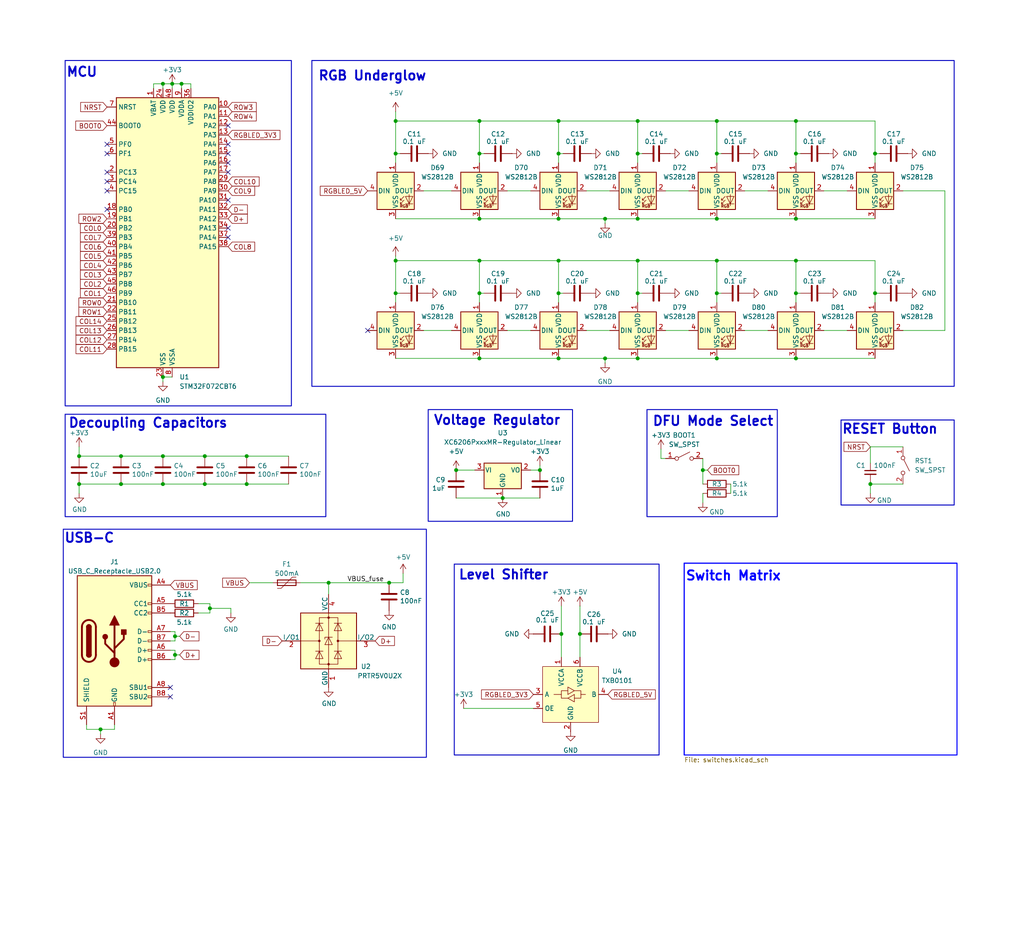
<source format=kicad_sch>
(kicad_sch (version 20231120) (generator "eeschema") (generator_version "8.0")
  (paper "User" 279.4 254)
  (junction (at 217.17 71.12))
  (junction (at 217.17 80.01))
  (junction (at 195.58 97.79))
  (junction (at 191.77 128.27))
  (junction (at 152.4 97.79))
  (junction (at 46.99 22.86))
  (junction (at 130.81 71.12))
  (junction (at 130.81 80.01))
  (junction (at 195.58 41.91))
  (junction (at 147.32 128.27))
  (junction (at 195.58 33.02))
  (junction (at 152.4 59.69))
  (junction (at 57.277 165.989))
  (junction (at 44.45 22.86))
  (junction (at 217.17 97.79))
  (junction (at 152.4 80.01))
  (junction (at 130.81 33.02))
  (junction (at 173.99 80.01))
  (junction (at 107.95 33.02))
  (junction (at 55.88 132.08))
  (junction (at 152.4 33.02))
  (junction (at 124.46 128.27))
  (junction (at 152.4 71.12))
  (junction (at 107.95 80.01))
  (junction (at 55.88 124.46))
  (junction (at 195.58 80.01))
  (junction (at 21.59 132.08))
  (junction (at 152.4 41.91))
  (junction (at 217.17 59.69))
  (junction (at 195.58 71.12))
  (junction (at 130.81 97.79))
  (junction (at 137.16 135.89) (diameter 0.9144))
  (junction (at 237.49 132.08))
  (junction (at 21.59 124.46))
  (junction (at 165.1 97.79))
  (junction (at 44.45 102.87))
  (junction (at 173.99 33.02))
  (junction (at 173.99 59.69))
  (junction (at 173.99 71.12))
  (junction (at 44.45 132.08))
  (junction (at 33.02 132.08))
  (junction (at 238.76 80.01))
  (junction (at 67.31 132.08))
  (junction (at 165.1 59.69))
  (junction (at 107.95 41.91))
  (junction (at 67.31 124.46))
  (junction (at 130.81 59.69))
  (junction (at 130.81 41.91))
  (junction (at 89.662 159.004))
  (junction (at 44.45 124.46))
  (junction (at 195.58 59.69))
  (junction (at 217.17 33.02))
  (junction (at 106.172 159.004))
  (junction (at 217.17 41.91))
  (junction (at 173.99 97.79))
  (junction (at 47.752 178.689))
  (junction (at 158.242 172.974))
  (junction (at 173.99 41.91))
  (junction (at 107.95 71.12))
  (junction (at 27.432 199.009))
  (junction (at 47.752 173.609))
  (junction (at 238.76 41.91))
  (junction (at 33.02 124.46))
  (junction (at 49.53 22.86))
  (junction (at 153.162 172.974))
  (no_connect (at 29.21 49.53))
  (no_connect (at 29.21 41.91))
  (no_connect (at 29.21 39.37))
  (no_connect (at 62.23 39.37))
  (no_connect (at 62.23 62.23))
  (no_connect (at 100.33 90.17))
  (no_connect (at 29.21 52.07))
  (no_connect (at 29.21 57.15))
  (no_connect (at 46.482 190.119))
  (no_connect (at 62.23 41.91))
  (no_connect (at 46.482 187.579))
  (no_connect (at 62.23 54.61))
  (no_connect (at 29.21 46.99))
  (no_connect (at 62.23 44.45))
  (no_connect (at 62.23 34.29))
  (no_connect (at 62.23 46.99))
  (no_connect (at 62.23 64.77))
  (wire (pts (xy 238.76 80.01) (xy 240.03 80.01)))
  (wire (pts (xy 203.2 90.17) (xy 209.55 90.17)))
  (wire (pts (xy 152.4 41.91) (xy 152.4 44.45)))
  (wire (pts (xy 126.492 193.294) (xy 145.542 193.294)))
  (wire (pts (xy 67.31 132.08) (xy 78.74 132.08)))
  (wire (pts (xy 130.81 97.79) (xy 152.4 97.79)))
  (wire (pts (xy 158.242 172.974) (xy 158.242 179.324)))
  (wire (pts (xy 138.43 90.17) (xy 144.78 90.17)))
  (wire (pts (xy 107.95 80.01) (xy 109.22 80.01)))
  (wire (pts (xy 107.95 69.85) (xy 107.95 71.12)))
  (wire (pts (xy 46.482 179.959) (xy 47.752 179.959)))
  (wire (pts (xy 107.95 59.69) (xy 130.81 59.69)))
  (wire (pts (xy 107.95 33.02) (xy 107.95 41.91)))
  (wire (pts (xy 130.81 80.01) (xy 130.81 82.55)))
  (wire (pts (xy 217.17 80.01) (xy 218.44 80.01)))
  (wire (pts (xy 217.17 80.01) (xy 217.17 82.55)))
  (wire (pts (xy 173.99 33.02) (xy 195.58 33.02)))
  (wire (pts (xy 27.432 199.009) (xy 31.242 199.009)))
  (wire (pts (xy 203.2 52.07) (xy 209.55 52.07)))
  (wire (pts (xy 52.07 22.86) (xy 52.07 24.13)))
  (wire (pts (xy 46.482 172.339) (xy 47.752 172.339)))
  (wire (pts (xy 57.277 167.259) (xy 57.277 165.989)))
  (wire (pts (xy 44.45 132.08) (xy 33.02 132.08)))
  (wire (pts (xy 54.102 167.259) (xy 57.277 167.259)))
  (wire (pts (xy 107.95 80.01) (xy 107.95 82.55)))
  (wire (pts (xy 47.752 173.609) (xy 47.752 174.879)))
  (wire (pts (xy 57.277 165.989) (xy 57.277 164.719)))
  (wire (pts (xy 238.76 80.01) (xy 238.76 82.55)))
  (wire (pts (xy 181.61 125.095) (xy 180.34 125.095)))
  (wire (pts (xy 173.99 59.69) (xy 195.58 59.69)))
  (wire (pts (xy 217.17 41.91) (xy 218.44 41.91)))
  (wire (pts (xy 27.432 200.279) (xy 27.432 199.009)))
  (wire (pts (xy 49.53 22.86) (xy 49.53 24.13)))
  (wire (pts (xy 152.4 80.01) (xy 153.67 80.01)))
  (wire (pts (xy 238.76 80.01) (xy 238.76 71.12)))
  (wire (pts (xy 152.4 41.91) (xy 152.4 33.02)))
  (wire (pts (xy 107.95 41.91) (xy 109.22 41.91)))
  (wire (pts (xy 57.277 165.989) (xy 62.992 165.989)))
  (wire (pts (xy 195.58 80.01) (xy 195.58 71.12)))
  (wire (pts (xy 44.45 124.46) (xy 33.02 124.46)))
  (wire (pts (xy 152.4 33.02) (xy 173.99 33.02)))
  (wire (pts (xy 49.53 22.86) (xy 52.07 22.86)))
  (wire (pts (xy 191.77 128.27) (xy 193.04 128.27)))
  (wire (pts (xy 44.45 22.86) (xy 44.45 24.13)))
  (wire (pts (xy 195.58 59.69) (xy 217.17 59.69)))
  (wire (pts (xy 246.38 52.07) (xy 257.81 52.07)))
  (wire (pts (xy 54.102 164.719) (xy 57.277 164.719)))
  (wire (pts (xy 137.16 135.89) (xy 147.32 135.89)))
  (wire (pts (xy 217.17 80.01) (xy 217.17 71.12)))
  (wire (pts (xy 44.45 104.14) (xy 44.45 102.87)))
  (wire (pts (xy 217.17 97.79) (xy 238.76 97.79)))
  (wire (pts (xy 152.4 80.01) (xy 152.4 82.55)))
  (wire (pts (xy 237.49 134.62) (xy 237.49 132.08)))
  (wire (pts (xy 165.1 97.79) (xy 173.99 97.79)))
  (wire (pts (xy 173.99 71.12) (xy 195.58 71.12)))
  (wire (pts (xy 238.76 41.91) (xy 238.76 44.45)))
  (wire (pts (xy 124.46 128.27) (xy 129.54 128.27)))
  (wire (pts (xy 199.39 132.08) (xy 199.39 134.62)))
  (wire (pts (xy 55.88 124.46) (xy 67.31 124.46)))
  (wire (pts (xy 195.58 41.91) (xy 195.58 33.02)))
  (wire (pts (xy 106.172 159.004) (xy 109.982 159.004)))
  (wire (pts (xy 180.34 125.095) (xy 180.34 122.555)))
  (wire (pts (xy 195.58 71.12) (xy 217.17 71.12)))
  (wire (pts (xy 107.95 97.79) (xy 130.81 97.79)))
  (wire (pts (xy 41.91 22.86) (xy 41.91 24.13)))
  (wire (pts (xy 165.1 97.79) (xy 165.1 99.06)))
  (wire (pts (xy 160.02 52.07) (xy 166.37 52.07)))
  (wire (pts (xy 130.81 80.01) (xy 130.81 71.12)))
  (wire (pts (xy 195.58 33.02) (xy 217.17 33.02)))
  (wire (pts (xy 130.81 33.02) (xy 152.4 33.02)))
  (wire (pts (xy 257.81 52.07) (xy 257.81 90.17)))
  (wire (pts (xy 107.95 71.12) (xy 107.95 80.01)))
  (wire (pts (xy 130.81 41.91) (xy 130.81 33.02)))
  (wire (pts (xy 107.95 41.91) (xy 107.95 44.45)))
  (wire (pts (xy 165.1 59.69) (xy 173.99 59.69)))
  (wire (pts (xy 237.49 121.92) (xy 246.38 121.92)))
  (wire (pts (xy 173.99 41.91) (xy 173.99 44.45)))
  (wire (pts (xy 144.78 128.27) (xy 147.32 128.27)))
  (wire (pts (xy 44.45 124.46) (xy 55.88 124.46)))
  (wire (pts (xy 191.77 125.095) (xy 191.77 128.27)))
  (wire (pts (xy 49.53 22.86) (xy 46.99 22.86)))
  (wire (pts (xy 237.49 121.92) (xy 237.49 126.365)))
  (wire (pts (xy 152.4 41.91) (xy 153.67 41.91)))
  (wire (pts (xy 130.81 80.01) (xy 132.08 80.01)))
  (wire (pts (xy 107.95 30.48) (xy 107.95 33.02)))
  (wire (pts (xy 68.072 159.004) (xy 74.422 159.004)))
  (wire (pts (xy 173.99 41.91) (xy 175.26 41.91)))
  (wire (pts (xy 160.02 90.17) (xy 166.37 90.17)))
  (wire (pts (xy 152.4 80.01) (xy 152.4 71.12)))
  (wire (pts (xy 181.61 52.07) (xy 187.96 52.07)))
  (wire (pts (xy 217.17 59.69) (xy 238.76 59.69)))
  (wire (pts (xy 21.59 134.62) (xy 21.59 132.08)))
  (wire (pts (xy 47.752 179.959) (xy 47.752 178.689)))
  (wire (pts (xy 173.99 80.01) (xy 173.99 82.55)))
  (wire (pts (xy 130.81 41.91) (xy 132.08 41.91)))
  (wire (pts (xy 46.482 177.419) (xy 47.752 177.419)))
  (wire (pts (xy 82.042 159.004) (xy 89.662 159.004)))
  (wire (pts (xy 44.45 102.87) (xy 46.99 102.87)))
  (wire (pts (xy 67.31 124.46) (xy 78.74 124.46)))
  (wire (pts (xy 115.57 52.07) (xy 123.19 52.07)))
  (wire (pts (xy 21.59 121.92) (xy 21.59 124.46)))
  (wire (pts (xy 224.79 52.07) (xy 231.14 52.07)))
  (wire (pts (xy 165.1 60.96) (xy 165.1 59.69)))
  (wire (pts (xy 224.79 90.17) (xy 231.14 90.17)))
  (wire (pts (xy 237.49 132.08) (xy 237.49 131.445)))
  (wire (pts (xy 47.752 173.609) (xy 49.022 173.609)))
  (wire (pts (xy 44.45 22.86) (xy 46.99 22.86)))
  (wire (pts (xy 237.49 132.08) (xy 246.38 132.08)))
  (wire (pts (xy 191.77 134.62) (xy 191.77 137.16)))
  (wire (pts (xy 152.4 59.69) (xy 165.1 59.69)))
  (wire (pts (xy 173.99 97.79) (xy 195.58 97.79)))
  (wire (pts (xy 152.4 71.12) (xy 173.99 71.12)))
  (wire (pts (xy 195.58 97.79) (xy 217.17 97.79)))
  (wire (pts (xy 138.43 52.07) (xy 144.78 52.07)))
  (wire (pts (xy 173.99 41.91) (xy 173.99 33.02)))
  (wire (pts (xy 23.622 199.009) (xy 27.432 199.009)))
  (wire (pts (xy 109.982 156.464) (xy 109.982 159.004)))
  (wire (pts (xy 41.91 22.86) (xy 44.45 22.86)))
  (wire (pts (xy 217.17 71.12) (xy 238.76 71.12)))
  (wire (pts (xy 191.77 128.27) (xy 191.77 132.08)))
  (wire (pts (xy 46.482 174.879) (xy 47.752 174.879)))
  (wire (pts (xy 23.622 197.739) (xy 23.622 199.009)))
  (wire (pts (xy 217.17 33.02) (xy 238.76 33.02)))
  (wire (pts (xy 195.58 80.01) (xy 195.58 82.55)))
  (wire (pts (xy 130.81 71.12) (xy 152.4 71.12)))
  (wire (pts (xy 47.752 177.419) (xy 47.752 178.689)))
  (wire (pts (xy 173.99 80.01) (xy 173.99 71.12)))
  (wire (pts (xy 195.58 80.01) (xy 196.85 80.01)))
  (wire (pts (xy 47.752 178.689) (xy 49.022 178.689)))
  (wire (pts (xy 33.02 132.08) (xy 21.59 132.08)))
  (wire (pts (xy 147.32 127) (xy 147.32 128.27)))
  (wire (pts (xy 257.81 90.17) (xy 246.38 90.17)))
  (wire (pts (xy 130.81 33.02) (xy 107.95 33.02)))
  (wire (pts (xy 195.58 41.91) (xy 195.58 44.45)))
  (wire (pts (xy 62.992 165.989) (xy 62.992 167.259)))
  (wire (pts (xy 115.57 90.17) (xy 123.19 90.17)))
  (wire (pts (xy 31.242 199.009) (xy 31.242 197.739)))
  (wire (pts (xy 195.58 41.91) (xy 196.85 41.91)))
  (wire (pts (xy 130.81 59.69) (xy 152.4 59.69)))
  (wire (pts (xy 89.662 159.004) (xy 89.662 162.179)))
  (wire (pts (xy 107.95 71.12) (xy 130.81 71.12)))
  (wire (pts (xy 153.162 172.974) (xy 153.162 179.324)))
  (wire (pts (xy 238.76 41.91) (xy 240.03 41.91)))
  (wire (pts (xy 130.81 41.91) (xy 130.81 44.45)))
  (wire (pts (xy 137.16 135.89) (xy 124.46 135.89)))
  (wire (pts (xy 238.76 41.91) (xy 238.76 33.02)))
  (wire (pts (xy 89.662 159.004) (xy 106.172 159.004)))
  (wire (pts (xy 152.4 97.79) (xy 165.1 97.79)))
  (wire (pts (xy 158.242 165.354) (xy 158.242 172.974)))
  (wire (pts (xy 46.99 22.86) (xy 46.99 24.13)))
  (wire (pts (xy 33.02 124.46) (xy 21.59 124.46)))
  (wire (pts (xy 47.752 172.339) (xy 47.752 173.609)))
  (wire (pts (xy 181.61 90.17) (xy 187.96 90.17)))
  (wire (pts (xy 217.17 41.91) (xy 217.17 33.02)))
  (wire (pts (xy 153.162 165.354) (xy 153.162 172.974)))
  (wire (pts (xy 44.45 132.08) (xy 55.88 132.08)))
  (wire (pts (xy 55.88 132.08) (xy 67.31 132.08)))
  (wire (pts (xy 173.99 80.01) (xy 175.26 80.01)))
  (wire (pts (xy 217.17 41.91) (xy 217.17 44.45)))
  (rectangle (start 116.84 111.76) (end 156.21 142.24) (stroke (width 0.254)))
  (rectangle (start 17.78 113.03) (end 88.9 140.97) (stroke (width 0.254)))
  (rectangle (start 176.53 111.76) (end 212.09 140.97) (stroke (width 0.254)))
  (rectangle (start 229.4868 114.5852) (end 260.35 137.795) (stroke (width 0.254)))
  (rectangle (start 123.952 153.924) (end 179.832 205.994) (stroke (width 0.254)))
  (rectangle (start 17.272 144.399) (end 116.332 206.629) (stroke (width 0.254)))
  (rectangle (start 85.09 16.51) (end 260.35 105.41) (stroke (width 0.254)))
  (rectangle (start 17.78 16.51) (end 79.502 110.744) (stroke (width 0.254)))
  (text "USB-C\n" (at 24.384 146.939 0) (effects (font (size 2.54 2.54) (thickness 0.508) (bold yes))))
  (text "Level Shifter\n" (at 137.414 156.972 0) (effects (font (size 2.54 2.54) (thickness 0.508) (bold yes))))
  (text "DFU Mode Select\n" (at 194.564 115.062 0) (effects (font (size 2.54 2.54) (thickness 0.508) (bold yes))))
  (text "MCU\n" (at 22.352 19.812 0) (effects (font (size 2.54 2.54) (thickness 0.508) (bold yes))))
  (text "RESET Button\n" (at 242.824 117.221 0) (effects (font (size 2.54 2.54) (thickness 0.508) (bold yes))))
  (text "RGB Underglow\n" (at 101.6 20.828 0) (effects (font (size 2.54 2.54) (thickness 0.508) (bold yes))))
  (text "Decoupling Capacitors\n" (at 40.386 115.57 0) (effects (font (size 2.54 2.54) (thickness 0.508) (bold yes))))
  (text "Voltage Regulator\n" (at 135.636 114.808 0) (effects (font (size 2.54 2.54) (thickness 0.508) (bold yes))))
  (label "VBUS_fuse" (at 94.742 159.004 0))
  (global_label "COL10" (shape input) (at 62.23 49.53 0) (property "Intersheetrefs" "${INTERSHEET_REFS}" (effects (hide yes))))
  (global_label "ROW3" (shape input) (at 62.23 29.21 0) (property "Intersheetrefs" "${INTERSHEET_REFS}" (effects (hide yes))))
  (global_label "COL12" (shape input) (at 29.21 92.71 180) (property "Intersheetrefs" "${INTERSHEET_REFS}" (effects (hide yes))))
  (global_label "COL6" (shape input) (at 29.21 67.31 180) (property "Intersheetrefs" "${INTERSHEET_REFS}" (effects (hide yes))))
  (global_label "ROW4" (shape input) (at 62.23 31.75 0) (property "Intersheetrefs" "${INTERSHEET_REFS}" (effects (hide yes))))
  (global_label "RGBLED_5V" (shape input) (at 100.33 52.07 180) (property "Intersheetrefs" "${INTERSHEET_REFS}" (effects (hide yes))))
  (global_label "COL8" (shape input) (at 62.23 67.31 0) (property "Intersheetrefs" "${INTERSHEET_REFS}" (effects (hide yes))))
  (global_label "VBUS" (shape input) (at 68.072 159.004 180) (property "Intersheetrefs" "${INTERSHEET_REFS}" (effects (hide yes))))
  (global_label "COL3" (shape input) (at 29.21 74.93 180) (property "Intersheetrefs" "${INTERSHEET_REFS}" (effects (hide yes))))
  (global_label "COL0" (shape input) (at 29.21 62.23 180) (property "Intersheetrefs" "${INTERSHEET_REFS}" (effects (hide yes))))
  (global_label "COL2" (shape input) (at 29.21 77.47 180) (property "Intersheetrefs" "${INTERSHEET_REFS}" (effects (hide yes))))
  (global_label "D-" (shape input) (at 62.23 57.15 0) (property "Intersheetrefs" "${INTERSHEET_REFS}" (effects (hide yes))))
  (global_label "COL7" (shape input) (at 29.21 64.77 180) (property "Intersheetrefs" "${INTERSHEET_REFS}" (effects (hide yes))))
  (global_label "D-" (shape input) (at 76.962 174.879 180) (property "Intersheetrefs" "${INTERSHEET_REFS}" (effects (hide yes))))
  (global_label "BOOT0" (shape input) (at 29.21 34.29 180) (property "Intersheetrefs" "${INTERSHEET_REFS}" (effects (hide yes))))
  (global_label "COL14" (shape input) (at 29.21 87.63 180) (property "Intersheetrefs" "${INTERSHEET_REFS}" (effects (hide yes))))
  (global_label "D+" (shape input) (at 62.23 59.69 0) (property "Intersheetrefs" "${INTERSHEET_REFS}" (effects (hide yes))))
  (global_label "ROW0" (shape input) (at 29.21 82.55 180) (property "Intersheetrefs" "${INTERSHEET_REFS}" (effects (hide yes))))
  (global_label "D+" (shape input) (at 102.362 174.879 0) (property "Intersheetrefs" "${INTERSHEET_REFS}" (effects (hide yes))))
  (global_label "COL11" (shape input) (at 29.21 95.25 180) (property "Intersheetrefs" "${INTERSHEET_REFS}" (effects (hide yes))))
  (global_label "RGBLED_5V" (shape input) (at 165.862 189.484 0) (property "Intersheetrefs" "${INTERSHEET_REFS}" (effects (hide yes))))
  (global_label "D-" (shape input) (at 49.022 173.609 0) (property "Intersheetrefs" "${INTERSHEET_REFS}" (effects (hide yes))))
  (global_label "RGBLED_3V3" (shape input) (at 145.542 189.484 180) (property "Intersheetrefs" "${INTERSHEET_REFS}" (effects (hide yes))))
  (global_label "ROW1" (shape input) (at 29.21 85.09 180) (property "Intersheetrefs" "${INTERSHEET_REFS}" (effects (hide yes))))
  (global_label "COL13" (shape input) (at 29.21 90.17 180) (property "Intersheetrefs" "${INTERSHEET_REFS}" (effects (hide yes))))
  (global_label "COL9" (shape input) (at 62.23 52.07 0) (property "Intersheetrefs" "${INTERSHEET_REFS}" (effects (hide yes))))
  (global_label "COL5" (shape input) (at 29.21 69.85 180) (property "Intersheetrefs" "${INTERSHEET_REFS}" (effects (hide yes))))
  (global_label "NRST" (shape input) (at 237.49 121.92 180) (property "Intersheetrefs" "${INTERSHEET_REFS}" (effects (hide yes))))
  (global_label "NRST" (shape input) (at 29.21 29.21 180) (property "Intersheetrefs" "${INTERSHEET_REFS}" (effects (hide yes))))
  (global_label "BOOT0" (shape input) (at 193.04 128.27 0) (property "Intersheetrefs" "${INTERSHEET_REFS}" (effects (hide yes))))
  (global_label "ROW2" (shape input) (at 29.21 59.69 180) (property "Intersheetrefs" "${INTERSHEET_REFS}" (effects (hide yes))))
  (global_label "COL1" (shape input) (at 29.21 80.01 180) (property "Intersheetrefs" "${INTERSHEET_REFS}" (effects (hide yes))))
  (global_label "D+" (shape input) (at 49.022 178.689 0) (property "Intersheetrefs" "${INTERSHEET_REFS}" (effects (hide yes))))
  (global_label "VBUS" (shape input) (at 46.482 159.639 0) (property "Intersheetrefs" "${INTERSHEET_REFS}" (effects (hide yes))))
  (global_label "RGBLED_3V3" (shape input) (at 62.23 36.83 0) (property "Intersheetrefs" "${INTERSHEET_REFS}" (effects (hide yes))))
  (global_label "COL4" (shape input) (at 29.21 72.39 180) (property "Intersheetrefs" "${INTERSHEET_REFS}" (effects (hide yes))))
  (symbol (lib_name "GND_1") (lib_id "power:GND") (at 247.65 80.01 90) (unit 1)
    (property "Reference" "#PWR033" (effects (hide yes)))
    (property "Value" "GND" (at 251.46 80.0099 90) (effects (justify right)))
    (property "Description" "Power symbol creates a global label with name \"GND\" , ground" (effects (hide yes)))
  )
  (symbol (lib_name "GND_1") (lib_id "power:GND") (at 139.7 80.01 90) (unit 1)
    (property "Reference" "#PWR028" (effects (hide yes)))
    (property "Value" "GND" (at 143.51 80.0099 90) (effects (justify right)))
    (property "Description" "Power symbol creates a global label with name \"GND\" , ground" (effects (hide yes)))
  )
  (symbol (lib_name "GND_1") (lib_id "power:GND") (at 247.65 41.91 90) (unit 1)
    (property "Reference" "#PWR025" (effects (hide yes)))
    (property "Value" "GND" (at 251.46 41.9099 90) (effects (justify right)))
    (property "Description" "Power symbol creates a global label with name \"GND\" , ground" (effects (hide yes)))
  )
  (symbol (lib_name "+5V_2") (lib_id "power:+5V") (at 107.95 69.85 0) (unit 1)
    (property "Reference" "#PWR035" (effects (hide yes)))
    (property "Value" "+5V" (at 107.95 65.024 0))
    (property "Description" "Power symbol creates a global label with name \"+5V\"" (effects (hide yes)))
  )
  (symbol (lib_name "GND_1") (lib_id "power:GND") (at 165.862 172.974 90) (unit 1)
    (property "Reference" "#PWR039" (effects (hide yes)))
    (property "Value" "GND" (at 169.672 172.9739 90) (effects (justify right)))
    (property "Description" "Power symbol creates a global label with name \"GND\" , ground" (effects (hide yes)))
  )
  (symbol (lib_id "Device:C") (at 243.84 41.91 90) (unit 1)
    (property "Reference" "C17" (at 243.84 36.576 90))
    (property "Value" "0.1 uF" (at 243.84 38.608 90))
    (property "Footprint" "Capacitor_SMD:C_0402_1005Metric_Pad0.74x0.62mm_HandSolder" (effects (hide yes)))
    (property "Description" "Unpolarized capacitor" (effects (hide yes)))
  )
  (symbol (lib_id "Device:C") (at 222.25 80.01 90) (unit 1)
    (property "Reference" "C23" (at 222.25 74.676 90))
    (property "Value" "0.1 uF" (at 222.25 76.708 90))
    (property "Footprint" "Capacitor_SMD:C_0402_1005Metric_Pad0.74x0.62mm_HandSolder" (effects (hide yes)))
    (property "Description" "Unpolarized capacitor" (effects (hide yes)))
  )
  (symbol (lib_id "Connector:USB_C_Receptacle_USB2.0") (at 31.242 174.879 0) (unit 1)
    (property "Reference" "J1" (at 31.242 153.289 0))
    (property "Value" "USB_C_Receptacle_USB2.0" (at 31.242 155.829 0))
    (property "Footprint" "PCM_marbastlib-various:USB_C_Receptacle_HRO_TYPE-C-31-M-12" (effects (hide yes)))
    (property "Datasheet" "https://www.usb.org/sites/default/files/documents/usb_type-c.zip" (effects (hide yes)))
    (property "JlcRotOffset" "180" (effects (hide yes)))
    (property "JlcPosOffset" "0,1.5" (effects (hide yes)))
  )
  (symbol (lib_id "power:+3V3") (at 46.99 22.86 0) (unit 1)
    (property "Reference" "#PWR01" (effects (hide yes)))
    (property "Value" "+3V3" (at 46.99 19.05 0))
  )
  (symbol (lib_id "Device:R") (at 195.58 132.08 90) (unit 1)
    (property "Reference" "R3" (at 195.58 132.08 90))
    (property "Value" "5.1k" (at 201.93 132.08 90))
    (property "Footprint" "Resistor_SMD:R_0402_1005Metric" (effects (hide yes)))
  )
  (symbol (lib_id "Device:C") (at 106.172 162.814 0) (unit 1)
    (property "Reference" "C8" (at 109.093 161.6456 0) (effects (justify left)))
    (property "Value" "100nF" (at 109.093 163.957 0) (effects (justify left)))
    (property "Footprint" "Capacitor_SMD:C_0402_1005Metric" (effects (hide yes)))
    (property "LCSC" "C307331" (effects (hide yes)))
  )
  (symbol (lib_id "Device:Polyfuse") (at 78.232 159.004 90) (unit 1)
    (property "Reference" "F1" (at 78.232 153.924 90))
    (property "Value" "500mA" (at 78.232 156.464 90))
    (property "Footprint" "Fuse:Fuse_1206_3216Metric" (effects (hide yes)))
    (property "LCSC" "C135341" (effects (hide yes)))
  )
  (symbol (lib_id "power:GND") (at 44.45 104.14 0) (unit 1)
    (property "Reference" "#PWR02" (effects (hide yes)))
    (property "Value" "GND" (at 44.45 109.22 0))
  )
  (symbol (lib_name "GND_1") (lib_id "power:GND") (at 226.06 80.01 90) (unit 1)
    (property "Reference" "#PWR032" (effects (hide yes)))
    (property "Value" "GND" (at 229.87 80.0099 90) (effects (justify right)))
    (property "Description" "Power symbol creates a global label with name \"GND\" , ground" (effects (hide yes)))
  )
  (symbol (lib_id "LED:WS2812B") (at 130.81 52.07 0) (unit 1)
    (property "Reference" "D70" (at 142.24 45.7514 0))
    (property "Value" "WS2812B" (at 142.24 48.2914 0))
    (property "Footprint" "LED_SMD:LED_WS2812B_PLCC4_5.0x5.0mm_P3.2mm" (effects (hide yes)))
    (property "Datasheet" "https://cdn-shop.adafruit.com/datasheets/WS2812B.pdf" (effects (hide yes)))
    (property "Description" "RGB LED with integrated controller" (effects (hide yes)))
  )
  (symbol (lib_name "GND_2") (lib_id "power:GND") (at 155.702 199.644 0) (unit 1)
    (property "Reference" "#PWR037" (effects (hide yes)))
    (property "Value" "GND" (at 155.702 204.724 0))
    (property "Description" "Power symbol creates a global label with name \"GND\" , ground" (effects (hide yes)))
  )
  (symbol (lib_id "power:GND") (at 62.992 167.259 0) (unit 1)
    (property "Reference" "#PWR05" (effects (hide yes)))
    (property "Value" "GND" (at 62.992 171.704 0))
  )
  (symbol (lib_id "power:GND") (at 21.59 134.62 0) (unit 1)
    (property "Reference" "#PWR08" (effects (hide yes)))
    (property "Value" "GND" (at 21.717 139.0142 0))
  )
  (symbol (lib_id "MCU_ST_STM32F0:STM32F072CBTx") (at 44.45 64.77 0) (unit 1)
    (property "Reference" "U1" (at 48.9459 102.87 0) (effects (justify left)))
    (property "Value" "STM32F072CBT6" (at 48.9459 105.41 0) (effects (justify left)))
    (property "Footprint" "Package_QFP:LQFP-48_7x7mm_P0.5mm" (effects (hide yes)))
    (property "Datasheet" "https://www.st.com/resource/en/datasheet/stm32f072cb.pdf" (effects (hide yes)))
    (property "JlcRotOffset" "90" (effects (hide yes)))
  )
  (symbol (lib_name "GND_1") (lib_id "power:GND") (at 116.84 41.91 90) (unit 1)
    (property "Reference" "#PWR017" (effects (hide yes)))
    (property "Value" "GND" (at 120.65 41.9099 90) (effects (justify right)))
    (property "Description" "Power symbol creates a global label with name \"GND\" , ground" (effects (hide yes)))
  )
  (symbol (lib_name "GND_1") (lib_id "power:GND") (at 116.84 80.01 90) (unit 1)
    (property "Reference" "#PWR027" (effects (hide yes)))
    (property "Value" "GND" (at 120.65 80.0099 90) (effects (justify right)))
    (property "Description" "Power symbol creates a global label with name \"GND\" , ground" (effects (hide yes)))
  )
  (symbol (lib_id "Device:C") (at 67.31 128.27 0) (unit 1)
    (property "Reference" "C6" (at 70.231 127.1016 0) (effects (justify left)))
    (property "Value" "100nF" (at 70.231 129.413 0) (effects (justify left)))
    (property "Footprint" "Capacitor_SMD:C_0402_1005Metric" (effects (hide yes)))
    (property "LCSC" "C307331" (effects (hide yes)))
  )
  (symbol (lib_name "GND_1") (lib_id "power:GND") (at 182.88 41.91 90) (unit 1)
    (property "Reference" "#PWR022" (effects (hide yes)))
    (property "Value" "GND" (at 186.69 41.9099 90) (effects (justify right)))
    (property "Description" "Power symbol creates a global label with name \"GND\" , ground" (effects (hide yes)))
  )
  (symbol (lib_id "LED:WS2812B") (at 195.58 90.17 0) (unit 1)
    (property "Reference" "D80" (at 207.01 83.8514 0))
    (property "Value" "WS2812B" (at 207.01 86.3914 0))
    (property "Footprint" "LED_SMD:LED_WS2812B_PLCC4_5.0x5.0mm_P3.2mm" (effects (hide yes)))
    (property "Datasheet" "https://cdn-shop.adafruit.com/datasheets/WS2812B.pdf" (effects (hide yes)))
    (property "Description" "RGB LED with integrated controller" (effects (hide yes)))
  )
  (symbol (lib_id "Device:C") (at 200.66 41.91 90) (unit 1)
    (property "Reference" "C15" (at 200.66 36.576 90))
    (property "Value" "0.1 uF" (at 200.66 38.608 90))
    (property "Footprint" "Capacitor_SMD:C_0402_1005Metric_Pad0.74x0.62mm_HandSolder" (effects (hide yes)))
    (property "Description" "Unpolarized capacitor" (effects (hide yes)))
  )
  (symbol (lib_id "LED:WS2812B") (at 107.95 52.07 0) (unit 1)
    (property "Reference" "D69" (at 119.38 45.7514 0))
    (property "Value" "WS2812B" (at 119.38 48.2914 0))
    (property "Footprint" "LED_SMD:LED_WS2812B_PLCC4_5.0x5.0mm_P3.2mm" (effects (hide yes)))
    (property "Datasheet" "https://cdn-shop.adafruit.com/datasheets/WS2812B.pdf" (effects (hide yes)))
    (property "Description" "RGB LED with integrated controller" (effects (hide yes)))
  )
  (symbol (lib_id "LED:WS2812B") (at 152.4 90.17 0) (unit 1)
    (property "Reference" "D78" (at 163.83 83.8514 0))
    (property "Value" "WS2812B" (at 163.83 86.3914 0))
    (property "Footprint" "LED_SMD:LED_WS2812B_PLCC4_5.0x5.0mm_P3.2mm" (effects (hide yes)))
    (property "Datasheet" "https://cdn-shop.adafruit.com/datasheets/WS2812B.pdf" (effects (hide yes)))
    (property "Description" "RGB LED with integrated controller" (effects (hide yes)))
  )
  (symbol (lib_name "+5V_2") (lib_id "power:+5V") (at 158.242 165.354 0) (unit 1)
    (property "Reference" "#PWR041" (effects (hide yes)))
    (property "Value" "+5V" (at 158.242 161.544 0))
    (property "Description" "Power symbol creates a global label with name \"+5V\"" (effects (hide yes)))
  )
  (symbol (lib_id "LED:WS2812B") (at 238.76 52.07 0) (unit 1)
    (property "Reference" "D75" (at 250.19 45.7514 0))
    (property "Value" "WS2812B" (at 250.19 48.2914 0))
    (property "Footprint" "LED_SMD:LED_WS2812B_PLCC4_5.0x5.0mm_P3.2mm" (effects (hide yes)))
    (property "Datasheet" "https://cdn-shop.adafruit.com/datasheets/WS2812B.pdf" (effects (hide yes)))
    (property "Description" "RGB LED with integrated controller" (effects (hide yes)))
  )
  (symbol (lib_name "GND_1") (lib_id "power:GND") (at 145.542 172.974 270) (unit 1)
    (property "Reference" "#PWR038" (effects (hide yes)))
    (property "Value" "GND" (at 141.732 172.9741 90) (effects (justify right)))
    (property "Description" "Power symbol creates a global label with name \"GND\" , ground" (effects (hide yes)))
  )
  (symbol (lib_id "power:+3V3") (at 21.59 121.92 0) (unit 1)
    (property "Reference" "#PWR04" (effects (hide yes)))
    (property "Value" "+3V3" (at 21.59 118.11 0))
  )
  (symbol (lib_id "Device:C") (at 135.89 80.01 90) (unit 1)
    (property "Reference" "C19" (at 135.89 74.676 90))
    (property "Value" "0.1 uF" (at 135.89 76.708 90))
    (property "Footprint" "Capacitor_SMD:C_0402_1005Metric_Pad0.74x0.62mm_HandSolder" (effects (hide yes)))
    (property "Description" "Unpolarized capacitor" (effects (hide yes)))
  )
  (symbol (lib_id "power:GND") (at 27.432 200.279 0) (unit 1)
    (property "Reference" "#PWR011" (effects (hide yes)))
    (property "Value" "GND" (at 27.432 205.359 0))
  )
  (symbol (lib_name "GND_1") (lib_id "power:GND") (at 161.29 41.91 90) (unit 1)
    (property "Reference" "#PWR021" (effects (hide yes)))
    (property "Value" "GND" (at 165.1 41.9099 90) (effects (justify right)))
    (property "Description" "Power symbol creates a global label with name \"GND\" , ground" (effects (hide yes)))
  )
  (symbol (lib_id "Device:C") (at 147.32 132.08 0) (unit 1)
    (property "Reference" "C10" (at 150.241 130.9116 0) (effects (justify left)))
    (property "Value" "1uF" (at 150.241 133.223 0) (effects (justify left)))
    (property "Footprint" "Capacitor_SMD:C_0402_1005Metric" (effects (hide yes)))
    (property "LCSC" "C307331" (effects (hide yes)))
  )
  (symbol (lib_id "Device:C") (at 113.03 80.01 90) (unit 1)
    (property "Reference" "C18" (at 113.03 74.676 90))
    (property "Value" "0.1 uF" (at 113.03 76.708 90))
    (property "Footprint" "Capacitor_SMD:C_0402_1005Metric_Pad0.74x0.62mm_HandSolder" (effects (hide yes)))
    (property "Description" "Unpolarized capacitor" (effects (hide yes)))
  )
  (symbol (lib_name "GND_1") (lib_id "power:GND") (at 204.47 80.01 90) (unit 1)
    (property "Reference" "#PWR031" (effects (hide yes)))
    (property "Value" "GND" (at 208.28 80.0099 90) (effects (justify right)))
    (property "Description" "Power symbol creates a global label with name \"GND\" , ground" (effects (hide yes)))
  )
  (symbol (lib_id "LED:WS2812B") (at 152.4 52.07 0) (unit 1)
    (property "Reference" "D71" (at 163.83 45.7514 0))
    (property "Value" "WS2812B" (at 163.83 48.2914 0))
    (property "Footprint" "LED_SMD:LED_WS2812B_PLCC4_5.0x5.0mm_P3.2mm" (effects (hide yes)))
    (property "Datasheet" "https://cdn-shop.adafruit.com/datasheets/WS2812B.pdf" (effects (hide yes)))
    (property "Description" "RGB LED with integrated controller" (effects (hide yes)))
  )
  (symbol (lib_id "Device:C") (at 179.07 80.01 90) (unit 1)
    (property "Reference" "C21" (at 179.07 74.676 90))
    (property "Value" "0.1 uF" (at 179.07 76.708 90))
    (property "Footprint" "Capacitor_SMD:C_0402_1005Metric_Pad0.74x0.62mm_HandSolder" (effects (hide yes)))
    (property "Description" "Unpolarized capacitor" (effects (hide yes)))
  )
  (symbol (lib_id "kicad-keyboard-parts:XC6206PxxxMR-Regulator_Linear") (at 137.16 128.27 0) (unit 1)
    (property "Reference" "U3" (at 137.16 118.11 0))
    (property "Value" "XC6206PxxxMR-Regulator_Linear" (at 137.16 120.65 0))
    (property "Footprint" "Package_TO_SOT_SMD:SOT-23" (effects (hide yes)))
    (property "Datasheet" "https://www.torexsemi.com/file/xc6206/XC6206.pdf" (effects (hide yes)))
    (property "LCSC" "C5446" (effects (hide yes)))
  )
  (symbol (lib_id "LED:WS2812B") (at 217.17 52.07 0) (unit 1)
    (property "Reference" "D74" (at 228.6 45.7514 0))
    (property "Value" "WS2812B" (at 228.6 48.2914 0))
    (property "Footprint" "LED_SMD:LED_WS2812B_PLCC4_5.0x5.0mm_P3.2mm" (effects (hide yes)))
    (property "Datasheet" "https://cdn-shop.adafruit.com/datasheets/WS2812B.pdf" (effects (hide yes)))
    (property "Description" "RGB LED with integrated controller" (effects (hide yes)))
  )
  (symbol (lib_name "GND_1") (lib_id "power:GND") (at 161.29 80.01 90) (unit 1)
    (property "Reference" "#PWR029" (effects (hide yes)))
    (property "Value" "GND" (at 165.1 80.0099 90) (effects (justify right)))
    (property "Description" "Power symbol creates a global label with name \"GND\" , ground" (effects (hide yes)))
  )
  (symbol (lib_id "LED:WS2812B") (at 217.17 90.17 0) (unit 1)
    (property "Reference" "D81" (at 228.6 83.8514 0))
    (property "Value" "WS2812B" (at 228.6 86.3914 0))
    (property "Footprint" "LED_SMD:LED_WS2812B_PLCC4_5.0x5.0mm_P3.2mm" (effects (hide yes)))
    (property "Datasheet" "https://cdn-shop.adafruit.com/datasheets/WS2812B.pdf" (effects (hide yes)))
    (property "Description" "RGB LED with integrated controller" (effects (hide yes)))
  )
  (symbol (lib_id "power:GND") (at 191.77 137.16 0) (unit 1)
    (property "Reference" "#PWR07" (effects (hide yes)))
    (property "Value" "GND" (at 195.58 139.7 0))
  )
  (symbol (lib_id "power:+3V3") (at 180.34 122.555 0) (mirror y) (unit 1)
    (property "Reference" "#PWR03" (effects (hide yes)))
    (property "Value" "+3V3" (at 180.34 118.745 0))
  )
  (symbol (lib_id "LED:WS2812B") (at 173.99 52.07 0) (unit 1)
    (property "Reference" "D72" (at 185.42 45.7514 0))
    (property "Value" "WS2812B" (at 185.42 48.2914 0))
    (property "Footprint" "LED_SMD:LED_WS2812B_PLCC4_5.0x5.0mm_P3.2mm" (effects (hide yes)))
    (property "Datasheet" "https://cdn-shop.adafruit.com/datasheets/WS2812B.pdf" (effects (hide yes)))
    (property "Description" "RGB LED with integrated controller" (effects (hide yes)))
  )
  (symbol (lib_id "Device:C") (at 135.89 41.91 90) (unit 1)
    (property "Reference" "C12" (at 135.89 36.576 90))
    (property "Value" "0.1 uF" (at 135.89 38.608 90))
    (property "Footprint" "Capacitor_SMD:C_0402_1005Metric_Pad0.74x0.62mm_HandSolder" (effects (hide yes)))
    (property "Description" "Unpolarized capacitor" (effects (hide yes)))
  )
  (symbol (lib_id "Device:C") (at 243.84 80.01 90) (unit 1)
    (property "Reference" "C24" (at 243.84 74.676 90))
    (property "Value" "0.1 uF" (at 243.84 76.708 90))
    (property "Footprint" "Capacitor_SMD:C_0402_1005Metric_Pad0.74x0.62mm_HandSolder" (effects (hide yes)))
    (property "Description" "Unpolarized capacitor" (effects (hide yes)))
  )
  (symbol (lib_id "power:+3V3") (at 147.32 127 0) (unit 1)
    (property "Reference" "#PWR012" (effects (hide yes)))
    (property "Value" "+3V3" (at 147.32 123.19 0))
  )
  (symbol (lib_name "+5V_1") (lib_id "power:+5V") (at 109.982 156.464 0) (unit 1)
    (property "Reference" "#PWR09" (effects (hide yes)))
    (property "Value" "+5V" (at 109.982 152.019 0))
  )
  (symbol (lib_id "Device:R") (at 50.292 164.719 270) (unit 1)
    (property "Reference" "R1" (at 50.292 164.719 90))
    (property "Value" "5.1k" (at 50.292 162.179 90))
    (property "Footprint" "Resistor_SMD:R_0402_1005Metric" (effects (hide yes)))
  )
  (symbol (lib_id "Device:C") (at 222.25 41.91 90) (unit 1)
    (property "Reference" "C16" (at 222.25 36.576 90))
    (property "Value" "0.1 uF" (at 222.25 38.608 90))
    (property "Footprint" "Capacitor_SMD:C_0402_1005Metric_Pad0.74x0.62mm_HandSolder" (effects (hide yes)))
    (property "Description" "Unpolarized capacitor" (effects (hide yes)))
  )
  (symbol (lib_id "power:GND") (at 106.172 166.624 0) (unit 1)
    (property "Reference" "#PWR010" (effects (hide yes)))
    (property "Value" "GND" (at 106.172 171.069 0))
  )
  (symbol (lib_id "power:GND") (at 137.16 135.89 0) (unit 1)
    (property "Reference" "#PWR015" (effects (hide yes)))
    (property "Value" "GND" (at 137.287 140.2842 0))
  )
  (symbol (lib_id "LED:WS2812B") (at 238.76 90.17 0) (unit 1)
    (property "Reference" "D82" (at 250.19 83.8514 0))
    (property "Value" "WS2812B" (at 250.19 86.3914 0))
    (property "Footprint" "LED_SMD:LED_WS2812B_PLCC4_5.0x5.0mm_P3.2mm" (effects (hide yes)))
    (property "Datasheet" "https://cdn-shop.adafruit.com/datasheets/WS2812B.pdf" (effects (hide yes)))
    (property "Description" "RGB LED with integrated controller" (effects (hide yes)))
  )
  (symbol (lib_id "Device:C") (at 149.352 172.974 270) (unit 1)
    (property "Reference" "C25" (at 149.352 167.386 90))
    (property "Value" "0.1 uF" (at 149.352 169.164 90))
    (property "Footprint" "Capacitor_SMD:C_0402_1005Metric_Pad0.74x0.62mm_HandSolder" (effects (hide yes)))
    (property "Description" "Unpolarized capacitor" (effects (hide yes)))
  )
  (symbol (lib_name "GND_1") (lib_id "power:GND") (at 182.88 80.01 90) (unit 1)
    (property "Reference" "#PWR030" (effects (hide yes)))
    (property "Value" "GND" (at 186.69 80.0099 90) (effects (justify right)))
    (property "Description" "Power symbol creates a global label with name \"GND\" , ground" (effects (hide yes)))
  )
  (symbol (lib_name "GND_2") (lib_id "power:GND") (at 165.1 60.96 0) (unit 1)
    (property "Reference" "#PWR026" (effects (hide yes)))
    (property "Value" "GND" (at 165.1 64.262 0))
    (property "Description" "Power symbol creates a global label with name \"GND\" , ground" (effects (hide yes)))
  )
  (symbol (lib_id "power:+5V") (at 124.46 128.27 0) (unit 1)
    (property "Reference" "#PWR013" (effects (hide yes)))
    (property "Value" "+5V" (at 124.46 123.19 0))
  )
  (symbol (lib_id "Device:C") (at 179.07 41.91 90) (unit 1)
    (property "Reference" "C14" (at 179.07 36.576 90))
    (property "Value" "0.1 uF" (at 179.07 38.608 90))
    (property "Footprint" "Capacitor_SMD:C_0402_1005Metric_Pad0.74x0.62mm_HandSolder" (effects (hide yes)))
    (property "Description" "Unpolarized capacitor" (effects (hide yes)))
  )
  (symbol (lib_id "Switch:SW_SPST") (at 186.69 125.095 0) (unit 1)
    (property "Reference" "BOOT1" (at 186.69 118.745 0))
    (property "Value" "SW_SPST" (at 186.69 121.285 0))
    (property "Footprint" "Button_Switch_SMD:SW_SPST_TL3342" (effects (hide yes)))
  )
  (symbol (lib_id "Device:C") (at 44.45 128.27 0) (unit 1)
    (property "Reference" "C4" (at 47.371 127.1016 0) (effects (justify left)))
    (property "Value" "100nF" (at 47.371 129.413 0) (effects (justify left)))
    (property "Footprint" "Capacitor_SMD:C_0402_1005Metric" (effects (hide yes)))
    (property "LCSC" "C307331" (effects (hide yes)))
  )
  (symbol (lib_id "power:+3V3") (at 153.162 165.354 0) (unit 1)
    (property "Reference" "#PWR040" (effects (hide yes)))
    (property "Value" "+3V3" (at 153.162 161.544 0))
  )
  (symbol (lib_name "GND_2") (lib_id "power:GND") (at 165.1 99.06 0) (unit 1)
    (property "Reference" "#PWR034" (effects (hide yes)))
    (property "Value" "GND" (at 165.1 104.14 0))
    (property "Description" "Power symbol creates a global label with name \"GND\" , ground" (effects (hide yes)))
  )
  (symbol (lib_id "power:GND") (at 237.49 134.62 0) (mirror y) (unit 1)
    (property "Reference" "#PWR06" (effects (hide yes)))
    (property "Value" "GND" (at 241.3 136.525 0))
  )
  (symbol (lib_name "+5V_2") (lib_id "power:+5V") (at 107.95 30.48 0) (unit 1)
    (property "Reference" "#PWR016" (effects (hide yes)))
    (property "Value" "+5V" (at 107.95 25.4 0))
    (property "Description" "Power symbol creates a global label with name \"+5V\"" (effects (hide yes)))
  )
  (symbol (lib_id "PCM_marbastlib-various:TXB0101") (at 155.702 192.024 0) (unit 1)
    (property "Reference" "U4" (at 168.402 183.1654 0))
    (property "Value" "TXB0101" (at 168.402 185.7054 0))
    (property "Footprint" "Package_TO_SOT_SMD:SOT-363_SC-70-6_Handsoldering" (effects (hide yes)))
    (property "Datasheet" "https://datasheet.lcsc.com/szlcsc/Texas-Instruments-TI-TXB0101DCKR_C324081.pdf" (effects (hide yes)))
    (property "Description" "1-Bit Bidirectional Voltage-Level Translator" (effects (hide yes)))
    (property "LCSC" "C324081" (effects (hide yes)))
  )
  (symbol (lib_id "Device:C") (at 113.03 41.91 90) (unit 1)
    (property "Reference" "C11" (at 113.03 36.576 90))
    (property "Value" "0.1 uF" (at 113.03 38.608 90))
    (property "Footprint" "Capacitor_SMD:C_0402_1005Metric_Pad0.74x0.62mm_HandSolder" (effects (hide yes)))
    (property "Description" "Unpolarized capacitor" (effects (hide yes)))
  )
  (symbol (lib_id "Device:C") (at 33.02 128.27 0) (unit 1)
    (property "Reference" "C3" (at 35.941 127.1016 0) (effects (justify left)))
    (property "Value" "100nF" (at 35.941 129.413 0) (effects (justify left)))
    (property "Footprint" "Capacitor_SMD:C_0402_1005Metric" (effects (hide yes)))
    (property "LCSC" "C307331" (effects (hide yes)))
  )
  (symbol (lib_id "Device:C") (at 55.88 128.27 0) (unit 1)
    (property "Reference" "C5" (at 58.801 127.1016 0) (effects (justify left)))
    (property "Value" "100nF" (at 58.801 129.413 0) (effects (justify left)))
    (property "Footprint" "Capacitor_SMD:C_0402_1005Metric" (effects (hide yes)))
    (property "LCSC" "C307331" (effects (hide yes)))
  )
  (symbol (lib_id "LED:WS2812B") (at 195.58 52.07 0) (unit 1)
    (property "Reference" "D73" (at 207.01 45.7514 0))
    (property "Value" "WS2812B" (at 207.01 48.2914 0))
    (property "Footprint" "LED_SMD:LED_WS2812B_PLCC4_5.0x5.0mm_P3.2mm" (effects (hide yes)))
    (property "Datasheet" "https://cdn-shop.adafruit.com/datasheets/WS2812B.pdf" (effects (hide yes)))
    (property "Description" "RGB LED with integrated controller" (effects (hide yes)))
  )
  (symbol (lib_id "Device:C") (at 157.48 80.01 90) (unit 1)
    (property "Reference" "C20" (at 157.48 74.676 90))
    (property "Value" "0.1 uF" (at 157.48 76.708 90))
    (property "Footprint" "Capacitor_SMD:C_0402_1005Metric_Pad0.74x0.62mm_HandSolder" (effects (hide yes)))
    (property "Description" "Unpolarized capacitor" (effects (hide yes)))
  )
  (symbol (lib_name "GND_1") (lib_id "power:GND") (at 139.7 41.91 90) (unit 1)
    (property "Reference" "#PWR020" (effects (hide yes)))
    (property "Value" "GND" (at 143.51 41.9099 90) (effects (justify right)))
    (property "Description" "Power symbol creates a global label with name \"GND\" , ground" (effects (hide yes)))
  )
  (symbol (lib_id "Device:C") (at 124.46 132.08 0) (mirror y) (unit 1)
    (property "Reference" "C9" (at 121.539 130.9116 0) (effects (justify left)))
    (property "Value" "1uF" (at 121.539 133.223 0) (effects (justify left)))
    (property "Footprint" "Capacitor_SMD:C_0402_1005Metric" (effects (hide yes)))
    (property "LCSC" "C307331" (effects (hide yes)))
  )
  (symbol (lib_id "Power_Protection:PRTR5V0U2X") (at 89.662 174.879 0) (unit 1)
    (property "Reference" "U2" (at 99.822 181.864 0))
    (property "Value" "PRTR5V0U2X" (at 103.632 184.404 0))
    (property "Footprint" "Package_TO_SOT_SMD:SOT-143" (effects (hide yes)))
    (property "Datasheet" "https://assets.nexperia.com/documents/data-sheet/PRTR5V0U2X.pdf" (effects (hide yes)))
    (property "LCSC" "C2827688" (effects (hide yes)))
    (property "JlcRotOffset" "90" (effects (hide yes)))
  )
  (symbol (lib_id "LED:WS2812B") (at 173.99 90.17 0) (unit 1)
    (property "Reference" "D79" (at 185.42 83.8514 0))
    (property "Value" "WS2812B" (at 185.42 86.3914 0))
    (property "Footprint" "LED_SMD:LED_WS2812B_PLCC4_5.0x5.0mm_P3.2mm" (effects (hide yes)))
    (property "Datasheet" "https://cdn-shop.adafruit.com/datasheets/WS2812B.pdf" (effects (hide yes)))
    (property "Description" "RGB LED with integrated controller" (effects (hide yes)))
  )
  (symbol (lib_id "Device:C") (at 21.59 128.27 0) (unit 1)
    (property "Reference" "C2" (at 24.511 127.1016 0) (effects (justify left)))
    (property "Value" "10uF" (at 24.511 129.413 0) (effects (justify left)))
    (property "Footprint" "Capacitor_SMD:C_0603_1608Metric" (effects (hide yes)))
    (property "LCSC" "C307331" (effects (hide yes)))
  )
  (symbol (lib_id "Device:C") (at 157.48 41.91 90) (unit 1)
    (property "Reference" "C13" (at 157.48 36.576 90))
    (property "Value" "0.1 uF" (at 157.48 38.608 90))
    (property "Footprint" "Capacitor_SMD:C_0402_1005Metric_Pad0.74x0.62mm_HandSolder" (effects (hide yes)))
    (property "Description" "Unpolarized capacitor" (effects (hide yes)))
  )
  (symbol (lib_id "power:GND") (at 89.662 187.579 0) (unit 1)
    (property "Reference" "#PWR014" (effects (hide yes)))
    (property "Value" "GND" (at 89.789 191.9732 0))
  )
  (symbol (lib_id "Device:C") (at 162.052 172.974 90) (unit 1)
    (property "Reference" "C26" (at 162.052 167.64 90))
    (property "Value" "0.1 uF" (at 162.052 169.672 90))
    (property "Footprint" "Capacitor_SMD:C_0402_1005Metric_Pad0.74x0.62mm_HandSolder" (effects (hide yes)))
    (property "Description" "Unpolarized capacitor" (effects (hide yes)))
  )
  (symbol (lib_id "Device:R") (at 195.58 134.62 270) (mirror x) (unit 1)
    (property "Reference" "R4" (at 195.58 134.62 90))
    (property "Value" "5.1k" (at 201.93 134.62 90))
    (property "Footprint" "Resistor_SMD:R_0402_1005Metric" (effects (hide yes)))
  )
  (symbol (lib_name "GND_1") (lib_id "power:GND") (at 226.06 41.91 90) (unit 1)
    (property "Reference" "#PWR024" (effects (hide yes)))
    (property "Value" "GND" (at 229.87 41.9099 90) (effects (justify right)))
    (property "Description" "Power symbol creates a global label with name \"GND\" , ground" (effects (hide yes)))
  )
  (symbol (lib_name "GND_1") (lib_id "power:GND") (at 204.47 41.91 90) (unit 1)
    (property "Reference" "#PWR023" (effects (hide yes)))
    (property "Value" "GND" (at 208.28 41.9099 90) (effects (justify right)))
    (property "Description" "Power symbol creates a global label with name \"GND\" , ground" (effects (hide yes)))
  )
  (symbol (lib_id "Switch:SW_SPST") (at 246.38 127 270) (unit 1)
    (property "Reference" "RST1" (at 249.555 125.73 90) (effects (justify left)))
    (property "Value" "SW_SPST" (at 249.555 128.27 90) (effects (justify left)))
    (property "Footprint" "Button_Switch_SMD:SW_SPST_TL3342" (effects (hide yes)))
  )
  (symbol (lib_id "Device:C") (at 200.66 80.01 90) (unit 1)
    (property "Reference" "C22" (at 200.66 74.676 90))
    (property "Value" "0.1 uF" (at 200.66 76.708 90))
    (property "Footprint" "Capacitor_SMD:C_0402_1005Metric_Pad0.74x0.62mm_HandSolder" (effects (hide yes)))
    (property "Description" "Unpolarized capacitor" (effects (hide yes)))
  )
  (symbol (lib_id "Device:C_Small") (at 237.49 128.905 0) (mirror y) (unit 1)
    (property "Reference" "C1" (at 236.22 127 0) (effects (justify left)))
    (property "Value" "100nF" (at 244.475 127 0) (effects (justify left)))
    (property "Footprint" "Capacitor_SMD:C_0402_1005Metric" (effects (hide yes)))
    (property "LCSC" "C307331" (effects (hide yes)))
  )
  (symbol (lib_id "Device:R") (at 50.292 167.259 90) (unit 1)
    (property "Reference" "R2" (at 50.292 167.259 90))
    (property "Value" "5.1k" (at 50.292 169.799 90))
    (property "Footprint" "Resistor_SMD:R_0402_1005Metric" (effects (hide yes)))
  )
  (symbol (lib_id "power:+3V3") (at 126.492 193.294 0) (unit 1)
    (property "Reference" "#PWR036" (effects (hide yes)))
    (property "Value" "+3V3" (at 126.492 189.484 0))
  )
  (symbol (lib_id "LED:WS2812B") (at 130.81 90.17 0) (unit 1)
    (property "Reference" "D77" (at 142.24 83.8514 0))
    (property "Value" "WS2812B" (at 142.24 86.3914 0))
    (property "Footprint" "LED_SMD:LED_WS2812B_PLCC4_5.0x5.0mm_P3.2mm" (effects (hide yes)))
    (property "Datasheet" "https://cdn-shop.adafruit.com/datasheets/WS2812B.pdf" (effects (hide yes)))
    (property "Description" "RGB LED with integrated controller" (effects (hide yes)))
  )
  (symbol (lib_id "LED:WS2812B") (at 107.95 90.17 0) (unit 1)
    (property "Reference" "D76" (at 119.38 83.8514 0))
    (property "Value" "WS2812B" (at 119.38 86.3914 0))
    (property "Footprint" "LED_SMD:LED_WS2812B_PLCC4_5.0x5.0mm_P3.2mm" (effects (hide yes)))
    (property "Datasheet" "https://cdn-shop.adafruit.com/datasheets/WS2812B.pdf" (effects (hide yes)))
    (property "Description" "RGB LED with integrated controller" (effects (hide yes)))
  )
  (symbol (lib_id "Device:C") (at 78.74 128.27 0) (unit 1)
    (property "Reference" "C7" (at 81.661 127.1016 0) (effects (justify left)))
    (property "Value" "100nF" (at 81.661 129.413 0) (effects (justify left)))
    (property "Footprint" "Capacitor_SMD:C_0402_1005Metric" (effects (hide yes)))
    (property "LCSC" "C307331" (effects (hide yes)))
  )
  (sheet (at 186.69 153.67) (size 74.422 52.324) (stroke (width 0.254) (color 0 0 255 1))
    (property "Sheetname" "Switch Matrix" (at 186.944 158.496 0) (effects (font (size 2.54 2.54) (bold yes)) (justify left bottom)))
    (property "Sheetfile" "switches.kicad_sch" (at 186.69 206.5786 0) (effects (justify left top)))
  )
)
</source>
